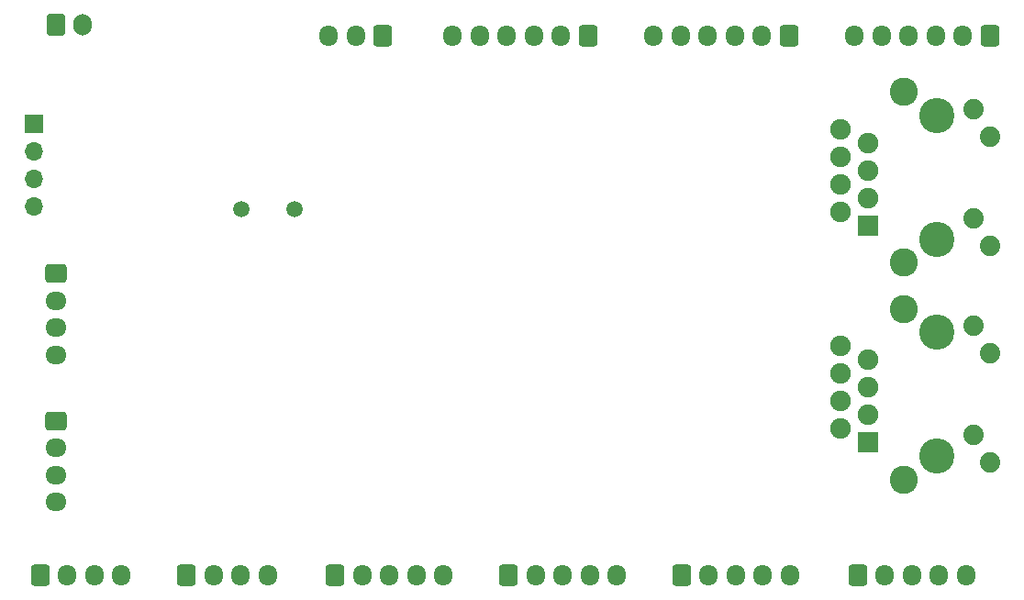
<source format=gbr>
%TF.GenerationSoftware,KiCad,Pcbnew,7.0.9*%
%TF.CreationDate,2024-01-09T22:49:01+01:00*%
%TF.ProjectId,Ax58100-stm32-ethercat,41783538-3130-4302-9d73-746d33322d65,rev?*%
%TF.SameCoordinates,Original*%
%TF.FileFunction,Soldermask,Bot*%
%TF.FilePolarity,Negative*%
%FSLAX46Y46*%
G04 Gerber Fmt 4.6, Leading zero omitted, Abs format (unit mm)*
G04 Created by KiCad (PCBNEW 7.0.9) date 2024-01-09 22:49:01*
%MOMM*%
%LPD*%
G01*
G04 APERTURE LIST*
G04 Aperture macros list*
%AMRoundRect*
0 Rectangle with rounded corners*
0 $1 Rounding radius*
0 $2 $3 $4 $5 $6 $7 $8 $9 X,Y pos of 4 corners*
0 Add a 4 corners polygon primitive as box body*
4,1,4,$2,$3,$4,$5,$6,$7,$8,$9,$2,$3,0*
0 Add four circle primitives for the rounded corners*
1,1,$1+$1,$2,$3*
1,1,$1+$1,$4,$5*
1,1,$1+$1,$6,$7*
1,1,$1+$1,$8,$9*
0 Add four rect primitives between the rounded corners*
20,1,$1+$1,$2,$3,$4,$5,0*
20,1,$1+$1,$4,$5,$6,$7,0*
20,1,$1+$1,$6,$7,$8,$9,0*
20,1,$1+$1,$8,$9,$2,$3,0*%
G04 Aperture macros list end*
%ADD10RoundRect,0.250000X-0.725000X0.600000X-0.725000X-0.600000X0.725000X-0.600000X0.725000X0.600000X0*%
%ADD11O,1.950000X1.700000*%
%ADD12RoundRect,0.250000X0.600000X0.725000X-0.600000X0.725000X-0.600000X-0.725000X0.600000X-0.725000X0*%
%ADD13O,1.700000X1.950000*%
%ADD14R,1.700000X1.700000*%
%ADD15O,1.700000X1.700000*%
%ADD16C,1.500000*%
%ADD17RoundRect,0.250000X-0.600000X-0.725000X0.600000X-0.725000X0.600000X0.725000X-0.600000X0.725000X0*%
%ADD18RoundRect,0.250000X-0.600000X-0.750000X0.600000X-0.750000X0.600000X0.750000X-0.600000X0.750000X0*%
%ADD19O,1.700000X2.000000*%
%ADD20C,3.250000*%
%ADD21R,1.900000X1.900000*%
%ADD22C,1.900000*%
%ADD23C,1.890000*%
%ADD24C,2.600000*%
G04 APERTURE END LIST*
D10*
%TO.C,J11*%
X144543000Y-90290000D03*
D11*
X144543000Y-92790000D03*
X144543000Y-95290000D03*
X144543000Y-97790000D03*
%TD*%
D12*
%TO.C,J1*%
X230726000Y-68326000D03*
D13*
X228226000Y-68326000D03*
X225726000Y-68326000D03*
X223226000Y-68326000D03*
X220726000Y-68326000D03*
X218226000Y-68326000D03*
%TD*%
D12*
%TO.C,J3*%
X212184000Y-68326000D03*
D13*
X209684000Y-68326000D03*
X207184000Y-68326000D03*
X204684000Y-68326000D03*
X202184000Y-68326000D03*
X199684000Y-68326000D03*
%TD*%
D14*
%TO.C,J14*%
X142494000Y-76464000D03*
D15*
X142494000Y-79004000D03*
X142494000Y-81544000D03*
X142494000Y-84084000D03*
%TD*%
D16*
%TO.C,Y2*%
X161680000Y-84302000D03*
X166560000Y-84302000D03*
%TD*%
D17*
%TO.C,J6*%
X186302000Y-118110000D03*
D13*
X188802000Y-118110000D03*
X191302000Y-118110000D03*
X193802000Y-118110000D03*
X196302000Y-118110000D03*
%TD*%
D12*
%TO.C,J5*%
X193662000Y-68326000D03*
D13*
X191162000Y-68326000D03*
X188662000Y-68326000D03*
X186162000Y-68326000D03*
X183662000Y-68326000D03*
X181162000Y-68326000D03*
%TD*%
D17*
%TO.C,J4*%
X202264000Y-118110000D03*
D13*
X204764000Y-118110000D03*
X207264000Y-118110000D03*
X209764000Y-118110000D03*
X212264000Y-118110000D03*
%TD*%
D18*
%TO.C,J10*%
X144526000Y-67310000D03*
D19*
X147026000Y-67310000D03*
%TD*%
D20*
%TO.C,IN1*%
X225806000Y-75692000D03*
X225806000Y-87122000D03*
D21*
X219456000Y-85852000D03*
D22*
X216916000Y-84582000D03*
X219456000Y-83312000D03*
X216916000Y-82042000D03*
X219456000Y-80772000D03*
X216916000Y-79502000D03*
X219456000Y-78232000D03*
X216916000Y-76962000D03*
D23*
X230708200Y-87731600D03*
X229184200Y-85191600D03*
X230708200Y-77622400D03*
X229184200Y-75082400D03*
D24*
X222758000Y-73533000D03*
X222758000Y-89281000D03*
%TD*%
D17*
%TO.C,J9*%
X156584000Y-118110000D03*
D13*
X159084000Y-118110000D03*
X161584000Y-118110000D03*
X164084000Y-118110000D03*
%TD*%
D12*
%TO.C,J7*%
X174712000Y-68343000D03*
D13*
X172212000Y-68343000D03*
X169712000Y-68343000D03*
%TD*%
D17*
%TO.C,J13*%
X143082000Y-118110000D03*
D13*
X145582000Y-118110000D03*
X148082000Y-118110000D03*
X150582000Y-118110000D03*
%TD*%
D10*
%TO.C,J12*%
X144526000Y-103886000D03*
D11*
X144526000Y-106386000D03*
X144526000Y-108886000D03*
X144526000Y-111386000D03*
%TD*%
D17*
%TO.C,J8*%
X170300000Y-118110000D03*
D13*
X172800000Y-118110000D03*
X175300000Y-118110000D03*
X177800000Y-118110000D03*
X180300000Y-118110000D03*
%TD*%
D17*
%TO.C,J2*%
X218520000Y-118093000D03*
D13*
X221020000Y-118093000D03*
X223520000Y-118093000D03*
X226020000Y-118093000D03*
X228520000Y-118093000D03*
%TD*%
D20*
%TO.C,OUT1*%
X225806000Y-95707200D03*
X225806000Y-107137200D03*
D21*
X219456000Y-105867200D03*
D22*
X216916000Y-104597200D03*
X219456000Y-103327200D03*
X216916000Y-102057200D03*
X219456000Y-100787200D03*
X216916000Y-99517200D03*
X219456000Y-98247200D03*
X216916000Y-96977200D03*
D23*
X230708200Y-107746800D03*
X229184200Y-105206800D03*
X230708200Y-97637600D03*
X229184200Y-95097600D03*
D24*
X222758000Y-93548200D03*
X222758000Y-109296200D03*
%TD*%
M02*

</source>
